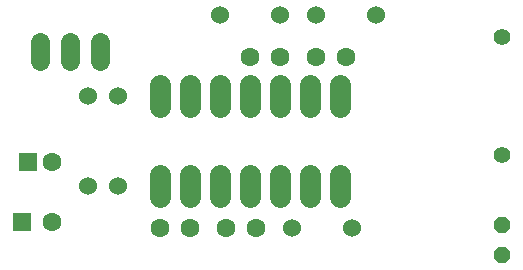
<source format=gtl>
G75*
%MOIN*%
%OFA0B0*%
%FSLAX25Y25*%
%IPPOS*%
%LPD*%
%AMOC8*
5,1,8,0,0,1.08239X$1,22.5*
%
%ADD10C,0.06299*%
%ADD11C,0.07087*%
%ADD12C,0.06299*%
%ADD13C,0.06000*%
%ADD14R,0.06299X0.06299*%
%ADD15C,0.05512*%
%ADD16OC8,0.05200*%
D10*
X0032937Y0084787D02*
X0032937Y0091087D01*
X0042937Y0091087D02*
X0042937Y0084787D01*
X0052937Y0084787D02*
X0052937Y0091087D01*
D11*
X0072937Y0076480D02*
X0072937Y0069394D01*
X0082937Y0069394D02*
X0082937Y0076480D01*
X0092937Y0076480D02*
X0092937Y0069394D01*
X0102937Y0069394D02*
X0102937Y0076480D01*
X0112937Y0076480D02*
X0112937Y0069394D01*
X0122937Y0069394D02*
X0122937Y0076480D01*
X0132937Y0076480D02*
X0132937Y0069394D01*
X0132937Y0046480D02*
X0132937Y0039394D01*
X0122937Y0039394D02*
X0122937Y0046480D01*
X0112937Y0046480D02*
X0112937Y0039394D01*
X0102937Y0039394D02*
X0102937Y0046480D01*
X0092937Y0046480D02*
X0092937Y0039394D01*
X0082937Y0039394D02*
X0082937Y0046480D01*
X0072937Y0046480D02*
X0072937Y0039394D01*
D12*
X0072937Y0028937D03*
X0082937Y0028937D03*
X0094937Y0028937D03*
X0104937Y0028937D03*
X0036937Y0030937D03*
X0036874Y0050937D03*
X0102937Y0085937D03*
X0112937Y0085937D03*
X0124937Y0085937D03*
X0134937Y0085937D03*
D13*
X0124937Y0099937D03*
X0112937Y0099937D03*
X0092937Y0099937D03*
X0058937Y0072937D03*
X0048937Y0072937D03*
X0048937Y0042937D03*
X0058937Y0042937D03*
X0116937Y0028937D03*
X0136937Y0028937D03*
X0144937Y0099937D03*
D14*
X0026937Y0030937D03*
X0029000Y0050937D03*
D15*
X0186937Y0053252D03*
X0186937Y0092622D03*
D16*
X0186937Y0029937D03*
X0186937Y0019937D03*
M02*

</source>
